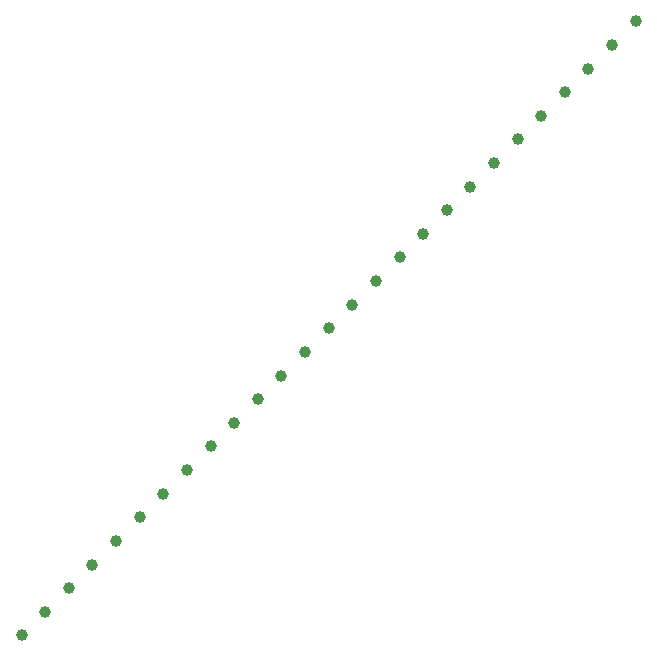
<source format=gbr>
G04 Examples for testing time performance of Gerber parsers*
%FSLAX26Y26*%
%MOMM*%
%ADD10C,1*%
%LPD*%
D10*
X0Y0D03*
X2000000Y2000000D03*
X4000000Y4000000D03*
X6000000Y6000000D03*
X8000000Y8000000D03*
X10000000Y10000000D03*
X12000000Y12000000D03*
X14000000Y14000000D03*
X16000000Y16000000D03*
X18000000Y18000000D03*
X20000000Y20000000D03*
X22000000Y22000000D03*
X24000000Y24000000D03*
X26000000Y26000000D03*
X28000000Y28000000D03*
X30000000Y30000000D03*
X32000000Y32000000D03*
X34000000Y34000000D03*
X36000000Y36000000D03*
X38000000Y38000000D03*
X40000000Y40000000D03*
X42000000Y42000000D03*
X44000000Y44000000D03*
X46000000Y46000000D03*
X48000000Y48000000D03*
X50000000Y50000000D03*
X52000000Y52000000D03*
M02*

</source>
